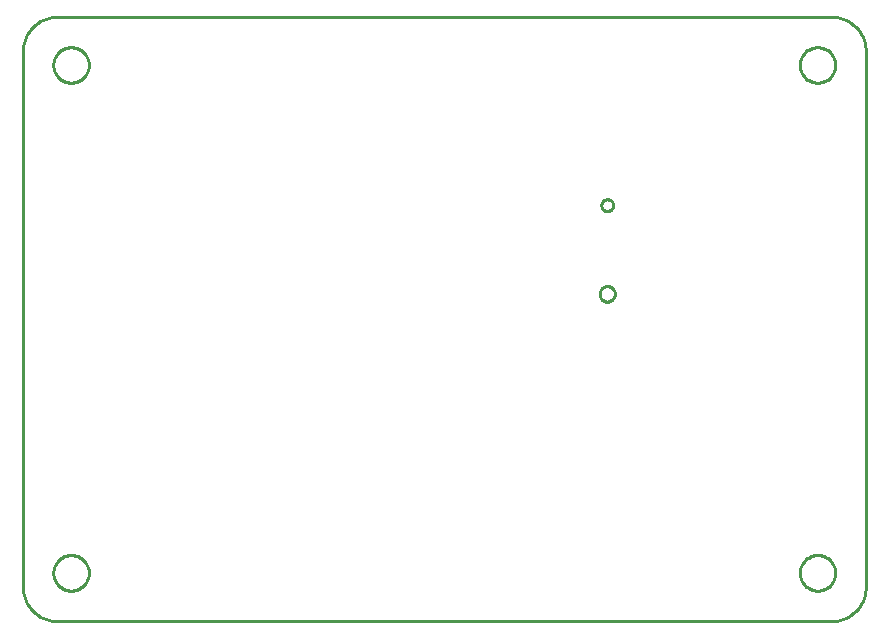
<source format=gbr>
G04 EAGLE Gerber RS-274X export*
G75*
%MOMM*%
%FSLAX34Y34*%
%LPD*%
%IN*%
%IPPOS*%
%AMOC8*
5,1,8,0,0,1.08239X$1,22.5*%
G01*
%ADD10C,0.254000*%


D10*
X0Y29000D02*
X114Y26385D01*
X456Y23791D01*
X1022Y21235D01*
X1809Y18739D01*
X2811Y16321D01*
X4019Y14000D01*
X5425Y11793D01*
X7019Y9716D01*
X8787Y7787D01*
X10716Y6019D01*
X12793Y4425D01*
X15000Y3019D01*
X17321Y1811D01*
X19739Y809D01*
X22235Y22D01*
X24791Y-544D01*
X27385Y-886D01*
X30000Y-1000D01*
X684000Y-1000D01*
X686615Y-886D01*
X689209Y-544D01*
X691765Y22D01*
X694261Y809D01*
X696679Y1811D01*
X699000Y3019D01*
X701207Y4425D01*
X703284Y6019D01*
X705213Y7787D01*
X706981Y9716D01*
X708575Y11793D01*
X709981Y14000D01*
X711189Y16321D01*
X712191Y18739D01*
X712978Y21235D01*
X713544Y23791D01*
X713886Y26385D01*
X714000Y29000D01*
X714000Y481000D01*
X713886Y483615D01*
X713544Y486209D01*
X712978Y488765D01*
X712191Y491261D01*
X711189Y493679D01*
X709981Y496000D01*
X708575Y498207D01*
X706981Y500284D01*
X705213Y502213D01*
X703284Y503981D01*
X701207Y505575D01*
X699000Y506981D01*
X696679Y508189D01*
X694261Y509191D01*
X691765Y509978D01*
X689209Y510544D01*
X686615Y510886D01*
X684000Y511000D01*
X30000Y511000D01*
X27385Y510886D01*
X24791Y510544D01*
X22235Y509978D01*
X19739Y509191D01*
X17321Y508189D01*
X15000Y506981D01*
X12793Y505575D01*
X10716Y503981D01*
X8787Y502213D01*
X7019Y500284D01*
X5425Y498207D01*
X4019Y496000D01*
X2811Y493679D01*
X1809Y491261D01*
X1022Y488765D01*
X456Y486209D01*
X114Y483615D01*
X0Y481000D01*
X0Y29000D01*
X501400Y275881D02*
X501337Y275245D01*
X501213Y274619D01*
X501027Y274008D01*
X500783Y273418D01*
X500482Y272854D01*
X500127Y272323D01*
X499722Y271830D01*
X499270Y271378D01*
X498777Y270973D01*
X498246Y270618D01*
X497682Y270317D01*
X497092Y270073D01*
X496481Y269887D01*
X495855Y269763D01*
X495219Y269700D01*
X494581Y269700D01*
X493945Y269763D01*
X493319Y269887D01*
X492708Y270073D01*
X492118Y270317D01*
X491554Y270618D01*
X491023Y270973D01*
X490530Y271378D01*
X490078Y271830D01*
X489673Y272323D01*
X489318Y272854D01*
X489017Y273418D01*
X488773Y274008D01*
X488587Y274619D01*
X488463Y275245D01*
X488400Y275881D01*
X488400Y276519D01*
X488463Y277155D01*
X488587Y277781D01*
X488773Y278392D01*
X489017Y278982D01*
X489318Y279546D01*
X489673Y280077D01*
X490078Y280570D01*
X490530Y281022D01*
X491023Y281427D01*
X491554Y281782D01*
X492118Y282083D01*
X492708Y282327D01*
X493319Y282513D01*
X493945Y282637D01*
X494581Y282700D01*
X495219Y282700D01*
X495855Y282637D01*
X496481Y282513D01*
X497092Y282327D01*
X497682Y282083D01*
X498246Y281782D01*
X498777Y281427D01*
X499270Y281022D01*
X499722Y280570D01*
X500127Y280077D01*
X500482Y279546D01*
X500783Y278982D01*
X501027Y278392D01*
X501213Y277781D01*
X501337Y277155D01*
X501400Y276519D01*
X501400Y275881D01*
X499900Y350919D02*
X499837Y350361D01*
X499712Y349814D01*
X499527Y349284D01*
X499283Y348778D01*
X498984Y348302D01*
X498634Y347863D01*
X498237Y347466D01*
X497798Y347116D01*
X497322Y346817D01*
X496816Y346573D01*
X496286Y346388D01*
X495739Y346263D01*
X495181Y346200D01*
X494619Y346200D01*
X494061Y346263D01*
X493514Y346388D01*
X492984Y346573D01*
X492478Y346817D01*
X492002Y347116D01*
X491563Y347466D01*
X491166Y347863D01*
X490816Y348302D01*
X490517Y348778D01*
X490273Y349284D01*
X490088Y349814D01*
X489963Y350361D01*
X489900Y350919D01*
X489900Y351481D01*
X489963Y352039D01*
X490088Y352586D01*
X490273Y353116D01*
X490517Y353622D01*
X490816Y354098D01*
X491166Y354537D01*
X491563Y354934D01*
X492002Y355284D01*
X492478Y355583D01*
X492984Y355827D01*
X493514Y356012D01*
X494061Y356137D01*
X494619Y356200D01*
X495181Y356200D01*
X495739Y356137D01*
X496286Y356012D01*
X496816Y355827D01*
X497322Y355583D01*
X497798Y355284D01*
X498237Y354934D01*
X498634Y354537D01*
X498984Y354098D01*
X499283Y353622D01*
X499527Y353116D01*
X499712Y352586D01*
X499837Y352039D01*
X499900Y351481D01*
X499900Y350919D01*
X688000Y39464D02*
X687924Y38396D01*
X687771Y37335D01*
X687543Y36288D01*
X687241Y35260D01*
X686867Y34256D01*
X686422Y33281D01*
X685908Y32341D01*
X685329Y31440D01*
X684687Y30582D01*
X683985Y29772D01*
X683228Y29015D01*
X682418Y28313D01*
X681560Y27671D01*
X680659Y27092D01*
X679719Y26578D01*
X678744Y26133D01*
X677740Y25759D01*
X676712Y25457D01*
X675665Y25229D01*
X674604Y25076D01*
X673536Y25000D01*
X672464Y25000D01*
X671396Y25076D01*
X670335Y25229D01*
X669288Y25457D01*
X668260Y25759D01*
X667256Y26133D01*
X666281Y26578D01*
X665341Y27092D01*
X664440Y27671D01*
X663582Y28313D01*
X662772Y29015D01*
X662015Y29772D01*
X661313Y30582D01*
X660671Y31440D01*
X660092Y32341D01*
X659578Y33281D01*
X659133Y34256D01*
X658759Y35260D01*
X658457Y36288D01*
X658229Y37335D01*
X658076Y38396D01*
X658000Y39464D01*
X658000Y40536D01*
X658076Y41604D01*
X658229Y42665D01*
X658457Y43712D01*
X658759Y44740D01*
X659133Y45744D01*
X659578Y46719D01*
X660092Y47659D01*
X660671Y48560D01*
X661313Y49418D01*
X662015Y50228D01*
X662772Y50985D01*
X663582Y51687D01*
X664440Y52329D01*
X665341Y52908D01*
X666281Y53422D01*
X667256Y53867D01*
X668260Y54241D01*
X669288Y54543D01*
X670335Y54771D01*
X671396Y54924D01*
X672464Y55000D01*
X673536Y55000D01*
X674604Y54924D01*
X675665Y54771D01*
X676712Y54543D01*
X677740Y54241D01*
X678744Y53867D01*
X679719Y53422D01*
X680659Y52908D01*
X681560Y52329D01*
X682418Y51687D01*
X683228Y50985D01*
X683985Y50228D01*
X684687Y49418D01*
X685329Y48560D01*
X685908Y47659D01*
X686422Y46719D01*
X686867Y45744D01*
X687241Y44740D01*
X687543Y43712D01*
X687771Y42665D01*
X687924Y41604D01*
X688000Y40536D01*
X688000Y39464D01*
X688000Y469464D02*
X687924Y468396D01*
X687771Y467335D01*
X687543Y466288D01*
X687241Y465260D01*
X686867Y464256D01*
X686422Y463281D01*
X685908Y462341D01*
X685329Y461440D01*
X684687Y460582D01*
X683985Y459772D01*
X683228Y459015D01*
X682418Y458313D01*
X681560Y457671D01*
X680659Y457092D01*
X679719Y456578D01*
X678744Y456133D01*
X677740Y455759D01*
X676712Y455457D01*
X675665Y455229D01*
X674604Y455076D01*
X673536Y455000D01*
X672464Y455000D01*
X671396Y455076D01*
X670335Y455229D01*
X669288Y455457D01*
X668260Y455759D01*
X667256Y456133D01*
X666281Y456578D01*
X665341Y457092D01*
X664440Y457671D01*
X663582Y458313D01*
X662772Y459015D01*
X662015Y459772D01*
X661313Y460582D01*
X660671Y461440D01*
X660092Y462341D01*
X659578Y463281D01*
X659133Y464256D01*
X658759Y465260D01*
X658457Y466288D01*
X658229Y467335D01*
X658076Y468396D01*
X658000Y469464D01*
X658000Y470536D01*
X658076Y471604D01*
X658229Y472665D01*
X658457Y473712D01*
X658759Y474740D01*
X659133Y475744D01*
X659578Y476719D01*
X660092Y477659D01*
X660671Y478560D01*
X661313Y479418D01*
X662015Y480228D01*
X662772Y480985D01*
X663582Y481687D01*
X664440Y482329D01*
X665341Y482908D01*
X666281Y483422D01*
X667256Y483867D01*
X668260Y484241D01*
X669288Y484543D01*
X670335Y484771D01*
X671396Y484924D01*
X672464Y485000D01*
X673536Y485000D01*
X674604Y484924D01*
X675665Y484771D01*
X676712Y484543D01*
X677740Y484241D01*
X678744Y483867D01*
X679719Y483422D01*
X680659Y482908D01*
X681560Y482329D01*
X682418Y481687D01*
X683228Y480985D01*
X683985Y480228D01*
X684687Y479418D01*
X685329Y478560D01*
X685908Y477659D01*
X686422Y476719D01*
X686867Y475744D01*
X687241Y474740D01*
X687543Y473712D01*
X687771Y472665D01*
X687924Y471604D01*
X688000Y470536D01*
X688000Y469464D01*
X56000Y39464D02*
X55924Y38396D01*
X55771Y37335D01*
X55543Y36288D01*
X55241Y35260D01*
X54867Y34256D01*
X54422Y33281D01*
X53908Y32341D01*
X53329Y31440D01*
X52687Y30582D01*
X51985Y29772D01*
X51228Y29015D01*
X50418Y28313D01*
X49560Y27671D01*
X48659Y27092D01*
X47719Y26578D01*
X46744Y26133D01*
X45740Y25759D01*
X44712Y25457D01*
X43665Y25229D01*
X42604Y25076D01*
X41536Y25000D01*
X40464Y25000D01*
X39396Y25076D01*
X38335Y25229D01*
X37288Y25457D01*
X36260Y25759D01*
X35256Y26133D01*
X34281Y26578D01*
X33341Y27092D01*
X32440Y27671D01*
X31582Y28313D01*
X30772Y29015D01*
X30015Y29772D01*
X29313Y30582D01*
X28671Y31440D01*
X28092Y32341D01*
X27578Y33281D01*
X27133Y34256D01*
X26759Y35260D01*
X26457Y36288D01*
X26229Y37335D01*
X26076Y38396D01*
X26000Y39464D01*
X26000Y40536D01*
X26076Y41604D01*
X26229Y42665D01*
X26457Y43712D01*
X26759Y44740D01*
X27133Y45744D01*
X27578Y46719D01*
X28092Y47659D01*
X28671Y48560D01*
X29313Y49418D01*
X30015Y50228D01*
X30772Y50985D01*
X31582Y51687D01*
X32440Y52329D01*
X33341Y52908D01*
X34281Y53422D01*
X35256Y53867D01*
X36260Y54241D01*
X37288Y54543D01*
X38335Y54771D01*
X39396Y54924D01*
X40464Y55000D01*
X41536Y55000D01*
X42604Y54924D01*
X43665Y54771D01*
X44712Y54543D01*
X45740Y54241D01*
X46744Y53867D01*
X47719Y53422D01*
X48659Y52908D01*
X49560Y52329D01*
X50418Y51687D01*
X51228Y50985D01*
X51985Y50228D01*
X52687Y49418D01*
X53329Y48560D01*
X53908Y47659D01*
X54422Y46719D01*
X54867Y45744D01*
X55241Y44740D01*
X55543Y43712D01*
X55771Y42665D01*
X55924Y41604D01*
X56000Y40536D01*
X56000Y39464D01*
X56000Y469464D02*
X55924Y468396D01*
X55771Y467335D01*
X55543Y466288D01*
X55241Y465260D01*
X54867Y464256D01*
X54422Y463281D01*
X53908Y462341D01*
X53329Y461440D01*
X52687Y460582D01*
X51985Y459772D01*
X51228Y459015D01*
X50418Y458313D01*
X49560Y457671D01*
X48659Y457092D01*
X47719Y456578D01*
X46744Y456133D01*
X45740Y455759D01*
X44712Y455457D01*
X43665Y455229D01*
X42604Y455076D01*
X41536Y455000D01*
X40464Y455000D01*
X39396Y455076D01*
X38335Y455229D01*
X37288Y455457D01*
X36260Y455759D01*
X35256Y456133D01*
X34281Y456578D01*
X33341Y457092D01*
X32440Y457671D01*
X31582Y458313D01*
X30772Y459015D01*
X30015Y459772D01*
X29313Y460582D01*
X28671Y461440D01*
X28092Y462341D01*
X27578Y463281D01*
X27133Y464256D01*
X26759Y465260D01*
X26457Y466288D01*
X26229Y467335D01*
X26076Y468396D01*
X26000Y469464D01*
X26000Y470536D01*
X26076Y471604D01*
X26229Y472665D01*
X26457Y473712D01*
X26759Y474740D01*
X27133Y475744D01*
X27578Y476719D01*
X28092Y477659D01*
X28671Y478560D01*
X29313Y479418D01*
X30015Y480228D01*
X30772Y480985D01*
X31582Y481687D01*
X32440Y482329D01*
X33341Y482908D01*
X34281Y483422D01*
X35256Y483867D01*
X36260Y484241D01*
X37288Y484543D01*
X38335Y484771D01*
X39396Y484924D01*
X40464Y485000D01*
X41536Y485000D01*
X42604Y484924D01*
X43665Y484771D01*
X44712Y484543D01*
X45740Y484241D01*
X46744Y483867D01*
X47719Y483422D01*
X48659Y482908D01*
X49560Y482329D01*
X50418Y481687D01*
X51228Y480985D01*
X51985Y480228D01*
X52687Y479418D01*
X53329Y478560D01*
X53908Y477659D01*
X54422Y476719D01*
X54867Y475744D01*
X55241Y474740D01*
X55543Y473712D01*
X55771Y472665D01*
X55924Y471604D01*
X56000Y470536D01*
X56000Y469464D01*
M02*

</source>
